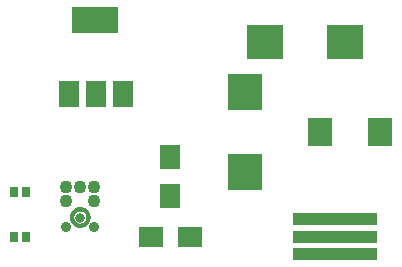
<source format=gbr>
G04 EAGLE Gerber X2 export*
%TF.Part,Single*%
%TF.FileFunction,Soldermask,Top,1*%
%TF.FilePolarity,Negative*%
%TF.GenerationSoftware,Autodesk,EAGLE,9.1.0*%
%TF.CreationDate,2018-08-06T08:24:04Z*%
G75*
%MOMM*%
%FSLAX34Y34*%
%LPD*%
%AMOC8*
5,1,8,0,0,1.08239X$1,22.5*%
G01*
%ADD10R,0.803200X0.903200*%
%ADD11R,2.103200X1.803200*%
%ADD12R,1.803200X2.103200*%
%ADD13C,1.103200*%
%ADD14C,0.903200*%
%ADD15C,0.350000*%
%ADD16C,0.803200*%
%ADD17C,0.211325*%
%ADD18R,7.203200X1.053200*%
%ADD19R,1.701800X2.209800*%
%ADD20R,4.013200X2.209800*%
%ADD21R,2.003200X2.403200*%
%ADD22R,2.903200X3.153200*%
%ADD23R,3.153200X2.903200*%


D10*
X33100Y50800D03*
X43100Y50800D03*
D11*
X181600Y50800D03*
X148600Y50800D03*
D12*
X165100Y85100D03*
X165100Y118100D03*
D10*
X33100Y88900D03*
X43100Y88900D03*
D13*
X76900Y93200D03*
X88940Y93200D03*
X100980Y93200D03*
X76900Y81260D03*
X100980Y81260D03*
D14*
X76900Y59140D03*
X100980Y59140D03*
D15*
X81940Y67040D02*
X81942Y67212D01*
X81948Y67383D01*
X81959Y67555D01*
X81974Y67726D01*
X81993Y67897D01*
X82016Y68067D01*
X82043Y68237D01*
X82075Y68406D01*
X82110Y68574D01*
X82150Y68741D01*
X82194Y68907D01*
X82241Y69072D01*
X82293Y69236D01*
X82349Y69398D01*
X82409Y69559D01*
X82473Y69719D01*
X82541Y69877D01*
X82612Y70033D01*
X82687Y70187D01*
X82767Y70340D01*
X82849Y70490D01*
X82936Y70639D01*
X83026Y70785D01*
X83120Y70929D01*
X83217Y71071D01*
X83318Y71210D01*
X83422Y71347D01*
X83529Y71481D01*
X83640Y71612D01*
X83753Y71741D01*
X83870Y71867D01*
X83990Y71990D01*
X84113Y72110D01*
X84239Y72227D01*
X84368Y72340D01*
X84499Y72451D01*
X84633Y72558D01*
X84770Y72662D01*
X84909Y72763D01*
X85051Y72860D01*
X85195Y72954D01*
X85341Y73044D01*
X85490Y73131D01*
X85640Y73213D01*
X85793Y73293D01*
X85947Y73368D01*
X86103Y73439D01*
X86261Y73507D01*
X86421Y73571D01*
X86582Y73631D01*
X86744Y73687D01*
X86908Y73739D01*
X87073Y73786D01*
X87239Y73830D01*
X87406Y73870D01*
X87574Y73905D01*
X87743Y73937D01*
X87913Y73964D01*
X88083Y73987D01*
X88254Y74006D01*
X88425Y74021D01*
X88597Y74032D01*
X88768Y74038D01*
X88940Y74040D01*
X89112Y74038D01*
X89283Y74032D01*
X89455Y74021D01*
X89626Y74006D01*
X89797Y73987D01*
X89967Y73964D01*
X90137Y73937D01*
X90306Y73905D01*
X90474Y73870D01*
X90641Y73830D01*
X90807Y73786D01*
X90972Y73739D01*
X91136Y73687D01*
X91298Y73631D01*
X91459Y73571D01*
X91619Y73507D01*
X91777Y73439D01*
X91933Y73368D01*
X92087Y73293D01*
X92240Y73213D01*
X92390Y73131D01*
X92539Y73044D01*
X92685Y72954D01*
X92829Y72860D01*
X92971Y72763D01*
X93110Y72662D01*
X93247Y72558D01*
X93381Y72451D01*
X93512Y72340D01*
X93641Y72227D01*
X93767Y72110D01*
X93890Y71990D01*
X94010Y71867D01*
X94127Y71741D01*
X94240Y71612D01*
X94351Y71481D01*
X94458Y71347D01*
X94562Y71210D01*
X94663Y71071D01*
X94760Y70929D01*
X94854Y70785D01*
X94944Y70639D01*
X95031Y70490D01*
X95113Y70340D01*
X95193Y70187D01*
X95268Y70033D01*
X95339Y69877D01*
X95407Y69719D01*
X95471Y69559D01*
X95531Y69398D01*
X95587Y69236D01*
X95639Y69072D01*
X95686Y68907D01*
X95730Y68741D01*
X95770Y68574D01*
X95805Y68406D01*
X95837Y68237D01*
X95864Y68067D01*
X95887Y67897D01*
X95906Y67726D01*
X95921Y67555D01*
X95932Y67383D01*
X95938Y67212D01*
X95940Y67040D01*
X95938Y66868D01*
X95932Y66697D01*
X95921Y66525D01*
X95906Y66354D01*
X95887Y66183D01*
X95864Y66013D01*
X95837Y65843D01*
X95805Y65674D01*
X95770Y65506D01*
X95730Y65339D01*
X95686Y65173D01*
X95639Y65008D01*
X95587Y64844D01*
X95531Y64682D01*
X95471Y64521D01*
X95407Y64361D01*
X95339Y64203D01*
X95268Y64047D01*
X95193Y63893D01*
X95113Y63740D01*
X95031Y63590D01*
X94944Y63441D01*
X94854Y63295D01*
X94760Y63151D01*
X94663Y63009D01*
X94562Y62870D01*
X94458Y62733D01*
X94351Y62599D01*
X94240Y62468D01*
X94127Y62339D01*
X94010Y62213D01*
X93890Y62090D01*
X93767Y61970D01*
X93641Y61853D01*
X93512Y61740D01*
X93381Y61629D01*
X93247Y61522D01*
X93110Y61418D01*
X92971Y61317D01*
X92829Y61220D01*
X92685Y61126D01*
X92539Y61036D01*
X92390Y60949D01*
X92240Y60867D01*
X92087Y60787D01*
X91933Y60712D01*
X91777Y60641D01*
X91619Y60573D01*
X91459Y60509D01*
X91298Y60449D01*
X91136Y60393D01*
X90972Y60341D01*
X90807Y60294D01*
X90641Y60250D01*
X90474Y60210D01*
X90306Y60175D01*
X90137Y60143D01*
X89967Y60116D01*
X89797Y60093D01*
X89626Y60074D01*
X89455Y60059D01*
X89283Y60048D01*
X89112Y60042D01*
X88940Y60040D01*
X88768Y60042D01*
X88597Y60048D01*
X88425Y60059D01*
X88254Y60074D01*
X88083Y60093D01*
X87913Y60116D01*
X87743Y60143D01*
X87574Y60175D01*
X87406Y60210D01*
X87239Y60250D01*
X87073Y60294D01*
X86908Y60341D01*
X86744Y60393D01*
X86582Y60449D01*
X86421Y60509D01*
X86261Y60573D01*
X86103Y60641D01*
X85947Y60712D01*
X85793Y60787D01*
X85640Y60867D01*
X85490Y60949D01*
X85341Y61036D01*
X85195Y61126D01*
X85051Y61220D01*
X84909Y61317D01*
X84770Y61418D01*
X84633Y61522D01*
X84499Y61629D01*
X84368Y61740D01*
X84239Y61853D01*
X84113Y61970D01*
X83990Y62090D01*
X83870Y62213D01*
X83753Y62339D01*
X83640Y62468D01*
X83529Y62599D01*
X83422Y62733D01*
X83318Y62870D01*
X83217Y63009D01*
X83120Y63151D01*
X83026Y63295D01*
X82936Y63441D01*
X82849Y63590D01*
X82767Y63740D01*
X82687Y63893D01*
X82612Y64047D01*
X82541Y64203D01*
X82473Y64361D01*
X82409Y64521D01*
X82349Y64682D01*
X82293Y64844D01*
X82241Y65008D01*
X82194Y65173D01*
X82150Y65339D01*
X82110Y65506D01*
X82075Y65674D01*
X82043Y65843D01*
X82016Y66013D01*
X81993Y66183D01*
X81974Y66354D01*
X81959Y66525D01*
X81948Y66697D01*
X81942Y66868D01*
X81940Y67040D01*
D16*
X88940Y67040D03*
D17*
X90892Y72624D02*
X86908Y72624D01*
X86908Y74576D01*
X90892Y74576D01*
X90892Y72624D01*
D18*
X304800Y65800D03*
X304800Y50800D03*
X304800Y35800D03*
D19*
X78994Y171704D03*
X101854Y171704D03*
X124714Y171704D03*
D20*
X101600Y234696D03*
D21*
X292000Y139700D03*
X343000Y139700D03*
D22*
X228600Y105950D03*
X228600Y173450D03*
D23*
X245650Y215900D03*
X313150Y215900D03*
M02*

</source>
